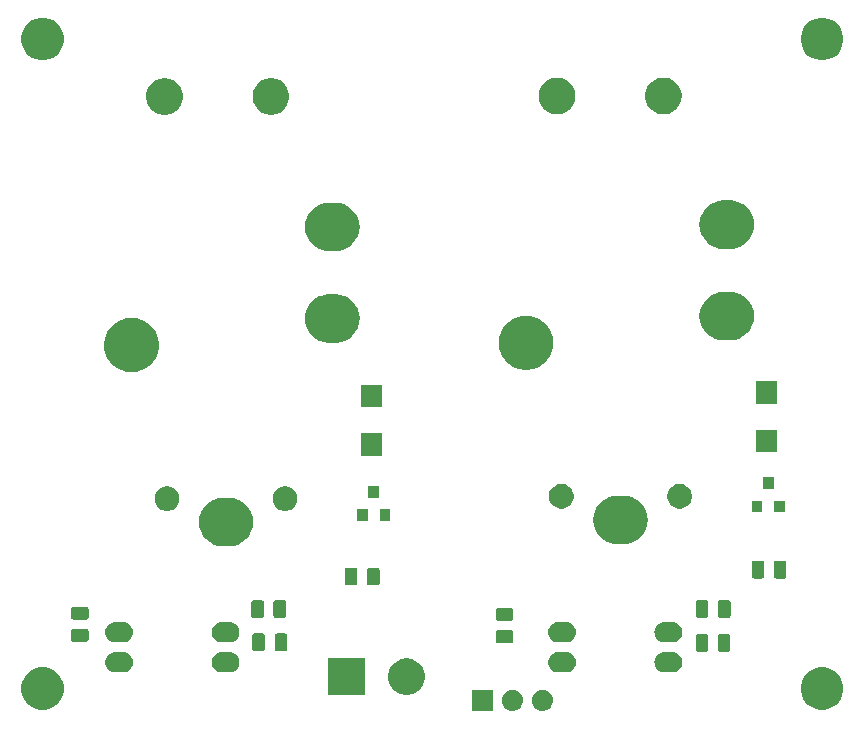
<source format=gts>
G04 #@! TF.GenerationSoftware,KiCad,Pcbnew,(5.0.1)-3*
G04 #@! TF.CreationDate,2022-08-31T13:01:13+05:45*
G04 #@! TF.ProjectId,Relay-board,52656C61792D626F6172642E6B696361,rev?*
G04 #@! TF.SameCoordinates,Original*
G04 #@! TF.FileFunction,Soldermask,Top*
G04 #@! TF.FilePolarity,Negative*
%FSLAX46Y46*%
G04 Gerber Fmt 4.6, Leading zero omitted, Abs format (unit mm)*
G04 Created by KiCad (PCBNEW (5.0.1)-3) date 8/31/2022 1:01:13 PM*
%MOMM*%
%LPD*%
G01*
G04 APERTURE LIST*
%ADD10C,0.100000*%
G04 APERTURE END LIST*
D10*
G36*
X150151000Y-99901000D02*
X148349000Y-99901000D01*
X148349000Y-98099000D01*
X150151000Y-98099000D01*
X150151000Y-99901000D01*
X150151000Y-99901000D01*
G37*
G36*
X151900442Y-98105518D02*
X151966627Y-98112037D01*
X152079853Y-98146384D01*
X152136467Y-98163557D01*
X152275087Y-98237652D01*
X152292991Y-98247222D01*
X152328729Y-98276552D01*
X152430186Y-98359814D01*
X152513448Y-98461271D01*
X152542778Y-98497009D01*
X152542779Y-98497011D01*
X152626443Y-98653533D01*
X152626443Y-98653534D01*
X152677963Y-98823373D01*
X152695359Y-99000000D01*
X152677963Y-99176627D01*
X152643616Y-99289853D01*
X152626443Y-99346467D01*
X152552348Y-99485087D01*
X152542778Y-99502991D01*
X152513448Y-99538729D01*
X152430186Y-99640186D01*
X152328729Y-99723448D01*
X152292991Y-99752778D01*
X152292989Y-99752779D01*
X152136467Y-99836443D01*
X152079853Y-99853616D01*
X151966627Y-99887963D01*
X151900443Y-99894481D01*
X151834260Y-99901000D01*
X151745740Y-99901000D01*
X151679557Y-99894481D01*
X151613373Y-99887963D01*
X151500147Y-99853616D01*
X151443533Y-99836443D01*
X151287011Y-99752779D01*
X151287009Y-99752778D01*
X151251271Y-99723448D01*
X151149814Y-99640186D01*
X151066552Y-99538729D01*
X151037222Y-99502991D01*
X151027652Y-99485087D01*
X150953557Y-99346467D01*
X150936384Y-99289853D01*
X150902037Y-99176627D01*
X150884641Y-99000000D01*
X150902037Y-98823373D01*
X150953557Y-98653534D01*
X150953557Y-98653533D01*
X151037221Y-98497011D01*
X151037222Y-98497009D01*
X151066552Y-98461271D01*
X151149814Y-98359814D01*
X151251271Y-98276552D01*
X151287009Y-98247222D01*
X151304913Y-98237652D01*
X151443533Y-98163557D01*
X151500147Y-98146384D01*
X151613373Y-98112037D01*
X151679558Y-98105518D01*
X151745740Y-98099000D01*
X151834260Y-98099000D01*
X151900442Y-98105518D01*
X151900442Y-98105518D01*
G37*
G36*
X154440442Y-98105518D02*
X154506627Y-98112037D01*
X154619853Y-98146384D01*
X154676467Y-98163557D01*
X154815087Y-98237652D01*
X154832991Y-98247222D01*
X154868729Y-98276552D01*
X154970186Y-98359814D01*
X155053448Y-98461271D01*
X155082778Y-98497009D01*
X155082779Y-98497011D01*
X155166443Y-98653533D01*
X155166443Y-98653534D01*
X155217963Y-98823373D01*
X155235359Y-99000000D01*
X155217963Y-99176627D01*
X155183616Y-99289853D01*
X155166443Y-99346467D01*
X155092348Y-99485087D01*
X155082778Y-99502991D01*
X155053448Y-99538729D01*
X154970186Y-99640186D01*
X154868729Y-99723448D01*
X154832991Y-99752778D01*
X154832989Y-99752779D01*
X154676467Y-99836443D01*
X154619853Y-99853616D01*
X154506627Y-99887963D01*
X154440443Y-99894481D01*
X154374260Y-99901000D01*
X154285740Y-99901000D01*
X154219557Y-99894481D01*
X154153373Y-99887963D01*
X154040147Y-99853616D01*
X153983533Y-99836443D01*
X153827011Y-99752779D01*
X153827009Y-99752778D01*
X153791271Y-99723448D01*
X153689814Y-99640186D01*
X153606552Y-99538729D01*
X153577222Y-99502991D01*
X153567652Y-99485087D01*
X153493557Y-99346467D01*
X153476384Y-99289853D01*
X153442037Y-99176627D01*
X153424641Y-99000000D01*
X153442037Y-98823373D01*
X153493557Y-98653534D01*
X153493557Y-98653533D01*
X153577221Y-98497011D01*
X153577222Y-98497009D01*
X153606552Y-98461271D01*
X153689814Y-98359814D01*
X153791271Y-98276552D01*
X153827009Y-98247222D01*
X153844913Y-98237652D01*
X153983533Y-98163557D01*
X154040147Y-98146384D01*
X154153373Y-98112037D01*
X154219558Y-98105518D01*
X154285740Y-98099000D01*
X154374260Y-98099000D01*
X154440442Y-98105518D01*
X154440442Y-98105518D01*
G37*
G36*
X178525331Y-96268211D02*
X178853092Y-96403974D01*
X179148073Y-96601074D01*
X179398926Y-96851927D01*
X179596026Y-97146908D01*
X179731789Y-97474669D01*
X179801000Y-97822616D01*
X179801000Y-98177384D01*
X179731789Y-98525331D01*
X179596026Y-98853092D01*
X179398926Y-99148073D01*
X179148073Y-99398926D01*
X178853092Y-99596026D01*
X178525331Y-99731789D01*
X178177384Y-99801000D01*
X177822616Y-99801000D01*
X177474669Y-99731789D01*
X177146908Y-99596026D01*
X176851927Y-99398926D01*
X176601074Y-99148073D01*
X176403974Y-98853092D01*
X176268211Y-98525331D01*
X176199000Y-98177384D01*
X176199000Y-97822616D01*
X176268211Y-97474669D01*
X176403974Y-97146908D01*
X176601074Y-96851927D01*
X176851927Y-96601074D01*
X177146908Y-96403974D01*
X177474669Y-96268211D01*
X177822616Y-96199000D01*
X178177384Y-96199000D01*
X178525331Y-96268211D01*
X178525331Y-96268211D01*
G37*
G36*
X112525331Y-96268211D02*
X112853092Y-96403974D01*
X113148073Y-96601074D01*
X113398926Y-96851927D01*
X113596026Y-97146908D01*
X113731789Y-97474669D01*
X113801000Y-97822616D01*
X113801000Y-98177384D01*
X113731789Y-98525331D01*
X113596026Y-98853092D01*
X113398926Y-99148073D01*
X113148073Y-99398926D01*
X112853092Y-99596026D01*
X112525331Y-99731789D01*
X112177384Y-99801000D01*
X111822616Y-99801000D01*
X111474669Y-99731789D01*
X111146908Y-99596026D01*
X110851927Y-99398926D01*
X110601074Y-99148073D01*
X110403974Y-98853092D01*
X110268211Y-98525331D01*
X110199000Y-98177384D01*
X110199000Y-97822616D01*
X110268211Y-97474669D01*
X110403974Y-97146908D01*
X110601074Y-96851927D01*
X110851927Y-96601074D01*
X111146908Y-96403974D01*
X111474669Y-96268211D01*
X111822616Y-96199000D01*
X112177384Y-96199000D01*
X112525331Y-96268211D01*
X112525331Y-96268211D01*
G37*
G36*
X143182527Y-95488736D02*
X143282410Y-95508604D01*
X143564674Y-95625521D01*
X143818705Y-95795259D01*
X144034741Y-96011295D01*
X144204479Y-96265326D01*
X144321396Y-96547590D01*
X144381000Y-96847240D01*
X144381000Y-97152760D01*
X144321396Y-97452410D01*
X144204479Y-97734674D01*
X144034741Y-97988705D01*
X143818705Y-98204741D01*
X143564674Y-98374479D01*
X143282410Y-98491396D01*
X143254181Y-98497011D01*
X142982762Y-98551000D01*
X142677238Y-98551000D01*
X142405819Y-98497011D01*
X142377590Y-98491396D01*
X142095326Y-98374479D01*
X141841295Y-98204741D01*
X141625259Y-97988705D01*
X141455521Y-97734674D01*
X141338604Y-97452410D01*
X141279000Y-97152760D01*
X141279000Y-96847240D01*
X141338604Y-96547590D01*
X141455521Y-96265326D01*
X141625259Y-96011295D01*
X141841295Y-95795259D01*
X142095326Y-95625521D01*
X142377590Y-95508604D01*
X142477473Y-95488736D01*
X142677238Y-95449000D01*
X142982762Y-95449000D01*
X143182527Y-95488736D01*
X143182527Y-95488736D01*
G37*
G36*
X139301000Y-98551000D02*
X136199000Y-98551000D01*
X136199000Y-95449000D01*
X139301000Y-95449000D01*
X139301000Y-98551000D01*
X139301000Y-98551000D01*
G37*
G36*
X127991821Y-94931313D02*
X127991824Y-94931314D01*
X127991825Y-94931314D01*
X128152239Y-94979975D01*
X128152241Y-94979976D01*
X128152244Y-94979977D01*
X128300078Y-95058995D01*
X128429659Y-95165341D01*
X128536005Y-95294922D01*
X128615023Y-95442756D01*
X128615024Y-95442759D01*
X128615025Y-95442761D01*
X128634998Y-95508604D01*
X128663687Y-95603179D01*
X128680117Y-95770000D01*
X128663687Y-95936821D01*
X128663686Y-95936824D01*
X128663686Y-95936825D01*
X128641096Y-96011295D01*
X128615023Y-96097244D01*
X128536005Y-96245078D01*
X128429659Y-96374659D01*
X128300078Y-96481005D01*
X128152244Y-96560023D01*
X128152241Y-96560024D01*
X128152239Y-96560025D01*
X127991825Y-96608686D01*
X127991824Y-96608686D01*
X127991821Y-96608687D01*
X127866804Y-96621000D01*
X127133196Y-96621000D01*
X127008179Y-96608687D01*
X127008176Y-96608686D01*
X127008175Y-96608686D01*
X126847761Y-96560025D01*
X126847759Y-96560024D01*
X126847756Y-96560023D01*
X126699922Y-96481005D01*
X126570341Y-96374659D01*
X126463995Y-96245078D01*
X126384977Y-96097244D01*
X126358905Y-96011295D01*
X126336314Y-95936825D01*
X126336314Y-95936824D01*
X126336313Y-95936821D01*
X126319883Y-95770000D01*
X126336313Y-95603179D01*
X126365002Y-95508604D01*
X126384975Y-95442761D01*
X126384976Y-95442759D01*
X126384977Y-95442756D01*
X126463995Y-95294922D01*
X126570341Y-95165341D01*
X126699922Y-95058995D01*
X126847756Y-94979977D01*
X126847759Y-94979976D01*
X126847761Y-94979975D01*
X127008175Y-94931314D01*
X127008176Y-94931314D01*
X127008179Y-94931313D01*
X127133196Y-94919000D01*
X127866804Y-94919000D01*
X127991821Y-94931313D01*
X127991821Y-94931313D01*
G37*
G36*
X118991821Y-94931313D02*
X118991824Y-94931314D01*
X118991825Y-94931314D01*
X119152239Y-94979975D01*
X119152241Y-94979976D01*
X119152244Y-94979977D01*
X119300078Y-95058995D01*
X119429659Y-95165341D01*
X119536005Y-95294922D01*
X119615023Y-95442756D01*
X119615024Y-95442759D01*
X119615025Y-95442761D01*
X119634998Y-95508604D01*
X119663687Y-95603179D01*
X119680117Y-95770000D01*
X119663687Y-95936821D01*
X119663686Y-95936824D01*
X119663686Y-95936825D01*
X119641096Y-96011295D01*
X119615023Y-96097244D01*
X119536005Y-96245078D01*
X119429659Y-96374659D01*
X119300078Y-96481005D01*
X119152244Y-96560023D01*
X119152241Y-96560024D01*
X119152239Y-96560025D01*
X118991825Y-96608686D01*
X118991824Y-96608686D01*
X118991821Y-96608687D01*
X118866804Y-96621000D01*
X118133196Y-96621000D01*
X118008179Y-96608687D01*
X118008176Y-96608686D01*
X118008175Y-96608686D01*
X117847761Y-96560025D01*
X117847759Y-96560024D01*
X117847756Y-96560023D01*
X117699922Y-96481005D01*
X117570341Y-96374659D01*
X117463995Y-96245078D01*
X117384977Y-96097244D01*
X117358905Y-96011295D01*
X117336314Y-95936825D01*
X117336314Y-95936824D01*
X117336313Y-95936821D01*
X117319883Y-95770000D01*
X117336313Y-95603179D01*
X117365002Y-95508604D01*
X117384975Y-95442761D01*
X117384976Y-95442759D01*
X117384977Y-95442756D01*
X117463995Y-95294922D01*
X117570341Y-95165341D01*
X117699922Y-95058995D01*
X117847756Y-94979977D01*
X117847759Y-94979976D01*
X117847761Y-94979975D01*
X118008175Y-94931314D01*
X118008176Y-94931314D01*
X118008179Y-94931313D01*
X118133196Y-94919000D01*
X118866804Y-94919000D01*
X118991821Y-94931313D01*
X118991821Y-94931313D01*
G37*
G36*
X165491821Y-94931313D02*
X165491824Y-94931314D01*
X165491825Y-94931314D01*
X165652239Y-94979975D01*
X165652241Y-94979976D01*
X165652244Y-94979977D01*
X165800078Y-95058995D01*
X165929659Y-95165341D01*
X166036005Y-95294922D01*
X166115023Y-95442756D01*
X166115024Y-95442759D01*
X166115025Y-95442761D01*
X166134998Y-95508604D01*
X166163687Y-95603179D01*
X166180117Y-95770000D01*
X166163687Y-95936821D01*
X166163686Y-95936824D01*
X166163686Y-95936825D01*
X166141096Y-96011295D01*
X166115023Y-96097244D01*
X166036005Y-96245078D01*
X165929659Y-96374659D01*
X165800078Y-96481005D01*
X165652244Y-96560023D01*
X165652241Y-96560024D01*
X165652239Y-96560025D01*
X165491825Y-96608686D01*
X165491824Y-96608686D01*
X165491821Y-96608687D01*
X165366804Y-96621000D01*
X164633196Y-96621000D01*
X164508179Y-96608687D01*
X164508176Y-96608686D01*
X164508175Y-96608686D01*
X164347761Y-96560025D01*
X164347759Y-96560024D01*
X164347756Y-96560023D01*
X164199922Y-96481005D01*
X164070341Y-96374659D01*
X163963995Y-96245078D01*
X163884977Y-96097244D01*
X163858905Y-96011295D01*
X163836314Y-95936825D01*
X163836314Y-95936824D01*
X163836313Y-95936821D01*
X163819883Y-95770000D01*
X163836313Y-95603179D01*
X163865002Y-95508604D01*
X163884975Y-95442761D01*
X163884976Y-95442759D01*
X163884977Y-95442756D01*
X163963995Y-95294922D01*
X164070341Y-95165341D01*
X164199922Y-95058995D01*
X164347756Y-94979977D01*
X164347759Y-94979976D01*
X164347761Y-94979975D01*
X164508175Y-94931314D01*
X164508176Y-94931314D01*
X164508179Y-94931313D01*
X164633196Y-94919000D01*
X165366804Y-94919000D01*
X165491821Y-94931313D01*
X165491821Y-94931313D01*
G37*
G36*
X156491821Y-94931313D02*
X156491824Y-94931314D01*
X156491825Y-94931314D01*
X156652239Y-94979975D01*
X156652241Y-94979976D01*
X156652244Y-94979977D01*
X156800078Y-95058995D01*
X156929659Y-95165341D01*
X157036005Y-95294922D01*
X157115023Y-95442756D01*
X157115024Y-95442759D01*
X157115025Y-95442761D01*
X157134998Y-95508604D01*
X157163687Y-95603179D01*
X157180117Y-95770000D01*
X157163687Y-95936821D01*
X157163686Y-95936824D01*
X157163686Y-95936825D01*
X157141096Y-96011295D01*
X157115023Y-96097244D01*
X157036005Y-96245078D01*
X156929659Y-96374659D01*
X156800078Y-96481005D01*
X156652244Y-96560023D01*
X156652241Y-96560024D01*
X156652239Y-96560025D01*
X156491825Y-96608686D01*
X156491824Y-96608686D01*
X156491821Y-96608687D01*
X156366804Y-96621000D01*
X155633196Y-96621000D01*
X155508179Y-96608687D01*
X155508176Y-96608686D01*
X155508175Y-96608686D01*
X155347761Y-96560025D01*
X155347759Y-96560024D01*
X155347756Y-96560023D01*
X155199922Y-96481005D01*
X155070341Y-96374659D01*
X154963995Y-96245078D01*
X154884977Y-96097244D01*
X154858905Y-96011295D01*
X154836314Y-95936825D01*
X154836314Y-95936824D01*
X154836313Y-95936821D01*
X154819883Y-95770000D01*
X154836313Y-95603179D01*
X154865002Y-95508604D01*
X154884975Y-95442761D01*
X154884976Y-95442759D01*
X154884977Y-95442756D01*
X154963995Y-95294922D01*
X155070341Y-95165341D01*
X155199922Y-95058995D01*
X155347756Y-94979977D01*
X155347759Y-94979976D01*
X155347761Y-94979975D01*
X155508175Y-94931314D01*
X155508176Y-94931314D01*
X155508179Y-94931313D01*
X155633196Y-94919000D01*
X156366804Y-94919000D01*
X156491821Y-94931313D01*
X156491821Y-94931313D01*
G37*
G36*
X170079466Y-93393565D02*
X170118137Y-93405296D01*
X170153779Y-93424348D01*
X170185017Y-93449983D01*
X170210652Y-93481221D01*
X170229704Y-93516863D01*
X170241435Y-93555534D01*
X170246000Y-93601888D01*
X170246000Y-94678112D01*
X170241435Y-94724466D01*
X170229704Y-94763137D01*
X170210652Y-94798779D01*
X170185017Y-94830017D01*
X170153779Y-94855652D01*
X170118137Y-94874704D01*
X170079466Y-94886435D01*
X170033112Y-94891000D01*
X169381888Y-94891000D01*
X169335534Y-94886435D01*
X169296863Y-94874704D01*
X169261221Y-94855652D01*
X169229983Y-94830017D01*
X169204348Y-94798779D01*
X169185296Y-94763137D01*
X169173565Y-94724466D01*
X169169000Y-94678112D01*
X169169000Y-93601888D01*
X169173565Y-93555534D01*
X169185296Y-93516863D01*
X169204348Y-93481221D01*
X169229983Y-93449983D01*
X169261221Y-93424348D01*
X169296863Y-93405296D01*
X169335534Y-93393565D01*
X169381888Y-93389000D01*
X170033112Y-93389000D01*
X170079466Y-93393565D01*
X170079466Y-93393565D01*
G37*
G36*
X168204466Y-93393565D02*
X168243137Y-93405296D01*
X168278779Y-93424348D01*
X168310017Y-93449983D01*
X168335652Y-93481221D01*
X168354704Y-93516863D01*
X168366435Y-93555534D01*
X168371000Y-93601888D01*
X168371000Y-94678112D01*
X168366435Y-94724466D01*
X168354704Y-94763137D01*
X168335652Y-94798779D01*
X168310017Y-94830017D01*
X168278779Y-94855652D01*
X168243137Y-94874704D01*
X168204466Y-94886435D01*
X168158112Y-94891000D01*
X167506888Y-94891000D01*
X167460534Y-94886435D01*
X167421863Y-94874704D01*
X167386221Y-94855652D01*
X167354983Y-94830017D01*
X167329348Y-94798779D01*
X167310296Y-94763137D01*
X167298565Y-94724466D01*
X167294000Y-94678112D01*
X167294000Y-93601888D01*
X167298565Y-93555534D01*
X167310296Y-93516863D01*
X167329348Y-93481221D01*
X167354983Y-93449983D01*
X167386221Y-93424348D01*
X167421863Y-93405296D01*
X167460534Y-93393565D01*
X167506888Y-93389000D01*
X168158112Y-93389000D01*
X168204466Y-93393565D01*
X168204466Y-93393565D01*
G37*
G36*
X130686966Y-93333565D02*
X130725637Y-93345296D01*
X130761279Y-93364348D01*
X130792517Y-93389983D01*
X130818152Y-93421221D01*
X130837204Y-93456863D01*
X130848935Y-93495534D01*
X130853500Y-93541888D01*
X130853500Y-94618112D01*
X130848935Y-94664466D01*
X130837204Y-94703137D01*
X130818152Y-94738779D01*
X130792517Y-94770017D01*
X130761279Y-94795652D01*
X130725637Y-94814704D01*
X130686966Y-94826435D01*
X130640612Y-94831000D01*
X129989388Y-94831000D01*
X129943034Y-94826435D01*
X129904363Y-94814704D01*
X129868721Y-94795652D01*
X129837483Y-94770017D01*
X129811848Y-94738779D01*
X129792796Y-94703137D01*
X129781065Y-94664466D01*
X129776500Y-94618112D01*
X129776500Y-93541888D01*
X129781065Y-93495534D01*
X129792796Y-93456863D01*
X129811848Y-93421221D01*
X129837483Y-93389983D01*
X129868721Y-93364348D01*
X129904363Y-93345296D01*
X129943034Y-93333565D01*
X129989388Y-93329000D01*
X130640612Y-93329000D01*
X130686966Y-93333565D01*
X130686966Y-93333565D01*
G37*
G36*
X132561966Y-93333565D02*
X132600637Y-93345296D01*
X132636279Y-93364348D01*
X132667517Y-93389983D01*
X132693152Y-93421221D01*
X132712204Y-93456863D01*
X132723935Y-93495534D01*
X132728500Y-93541888D01*
X132728500Y-94618112D01*
X132723935Y-94664466D01*
X132712204Y-94703137D01*
X132693152Y-94738779D01*
X132667517Y-94770017D01*
X132636279Y-94795652D01*
X132600637Y-94814704D01*
X132561966Y-94826435D01*
X132515612Y-94831000D01*
X131864388Y-94831000D01*
X131818034Y-94826435D01*
X131779363Y-94814704D01*
X131743721Y-94795652D01*
X131712483Y-94770017D01*
X131686848Y-94738779D01*
X131667796Y-94703137D01*
X131656065Y-94664466D01*
X131651500Y-94618112D01*
X131651500Y-93541888D01*
X131656065Y-93495534D01*
X131667796Y-93456863D01*
X131686848Y-93421221D01*
X131712483Y-93389983D01*
X131743721Y-93364348D01*
X131779363Y-93345296D01*
X131818034Y-93333565D01*
X131864388Y-93329000D01*
X132515612Y-93329000D01*
X132561966Y-93333565D01*
X132561966Y-93333565D01*
G37*
G36*
X151714466Y-93061065D02*
X151753137Y-93072796D01*
X151788779Y-93091848D01*
X151820017Y-93117483D01*
X151845652Y-93148721D01*
X151864704Y-93184363D01*
X151876435Y-93223034D01*
X151881000Y-93269388D01*
X151881000Y-93920612D01*
X151876435Y-93966966D01*
X151864704Y-94005637D01*
X151845652Y-94041279D01*
X151820017Y-94072517D01*
X151788779Y-94098152D01*
X151753137Y-94117204D01*
X151714466Y-94128935D01*
X151668112Y-94133500D01*
X150591888Y-94133500D01*
X150545534Y-94128935D01*
X150506863Y-94117204D01*
X150471221Y-94098152D01*
X150439983Y-94072517D01*
X150414348Y-94041279D01*
X150395296Y-94005637D01*
X150383565Y-93966966D01*
X150379000Y-93920612D01*
X150379000Y-93269388D01*
X150383565Y-93223034D01*
X150395296Y-93184363D01*
X150414348Y-93148721D01*
X150439983Y-93117483D01*
X150471221Y-93091848D01*
X150506863Y-93072796D01*
X150545534Y-93061065D01*
X150591888Y-93056500D01*
X151668112Y-93056500D01*
X151714466Y-93061065D01*
X151714466Y-93061065D01*
G37*
G36*
X165491821Y-92391313D02*
X165491824Y-92391314D01*
X165491825Y-92391314D01*
X165652239Y-92439975D01*
X165652241Y-92439976D01*
X165652244Y-92439977D01*
X165800078Y-92518995D01*
X165929659Y-92625341D01*
X166036005Y-92754922D01*
X166115023Y-92902756D01*
X166115024Y-92902759D01*
X166115025Y-92902761D01*
X166163686Y-93063175D01*
X166163687Y-93063179D01*
X166180117Y-93230000D01*
X166163687Y-93396821D01*
X166163686Y-93396824D01*
X166163686Y-93396825D01*
X166115640Y-93555212D01*
X166115023Y-93557244D01*
X166036005Y-93705078D01*
X165929659Y-93834659D01*
X165800078Y-93941005D01*
X165652244Y-94020023D01*
X165652241Y-94020024D01*
X165652239Y-94020025D01*
X165491825Y-94068686D01*
X165491824Y-94068686D01*
X165491821Y-94068687D01*
X165366804Y-94081000D01*
X164633196Y-94081000D01*
X164508179Y-94068687D01*
X164508176Y-94068686D01*
X164508175Y-94068686D01*
X164347761Y-94020025D01*
X164347759Y-94020024D01*
X164347756Y-94020023D01*
X164199922Y-93941005D01*
X164070341Y-93834659D01*
X163963995Y-93705078D01*
X163884977Y-93557244D01*
X163884361Y-93555212D01*
X163836314Y-93396825D01*
X163836314Y-93396824D01*
X163836313Y-93396821D01*
X163819883Y-93230000D01*
X163836313Y-93063179D01*
X163836314Y-93063175D01*
X163884975Y-92902761D01*
X163884976Y-92902759D01*
X163884977Y-92902756D01*
X163963995Y-92754922D01*
X164070341Y-92625341D01*
X164199922Y-92518995D01*
X164347756Y-92439977D01*
X164347759Y-92439976D01*
X164347761Y-92439975D01*
X164508175Y-92391314D01*
X164508176Y-92391314D01*
X164508179Y-92391313D01*
X164633196Y-92379000D01*
X165366804Y-92379000D01*
X165491821Y-92391313D01*
X165491821Y-92391313D01*
G37*
G36*
X156491821Y-92391313D02*
X156491824Y-92391314D01*
X156491825Y-92391314D01*
X156652239Y-92439975D01*
X156652241Y-92439976D01*
X156652244Y-92439977D01*
X156800078Y-92518995D01*
X156929659Y-92625341D01*
X157036005Y-92754922D01*
X157115023Y-92902756D01*
X157115024Y-92902759D01*
X157115025Y-92902761D01*
X157163686Y-93063175D01*
X157163687Y-93063179D01*
X157180117Y-93230000D01*
X157163687Y-93396821D01*
X157163686Y-93396824D01*
X157163686Y-93396825D01*
X157115640Y-93555212D01*
X157115023Y-93557244D01*
X157036005Y-93705078D01*
X156929659Y-93834659D01*
X156800078Y-93941005D01*
X156652244Y-94020023D01*
X156652241Y-94020024D01*
X156652239Y-94020025D01*
X156491825Y-94068686D01*
X156491824Y-94068686D01*
X156491821Y-94068687D01*
X156366804Y-94081000D01*
X155633196Y-94081000D01*
X155508179Y-94068687D01*
X155508176Y-94068686D01*
X155508175Y-94068686D01*
X155347761Y-94020025D01*
X155347759Y-94020024D01*
X155347756Y-94020023D01*
X155199922Y-93941005D01*
X155070341Y-93834659D01*
X154963995Y-93705078D01*
X154884977Y-93557244D01*
X154884361Y-93555212D01*
X154836314Y-93396825D01*
X154836314Y-93396824D01*
X154836313Y-93396821D01*
X154819883Y-93230000D01*
X154836313Y-93063179D01*
X154836314Y-93063175D01*
X154884975Y-92902761D01*
X154884976Y-92902759D01*
X154884977Y-92902756D01*
X154963995Y-92754922D01*
X155070341Y-92625341D01*
X155199922Y-92518995D01*
X155347756Y-92439977D01*
X155347759Y-92439976D01*
X155347761Y-92439975D01*
X155508175Y-92391314D01*
X155508176Y-92391314D01*
X155508179Y-92391313D01*
X155633196Y-92379000D01*
X156366804Y-92379000D01*
X156491821Y-92391313D01*
X156491821Y-92391313D01*
G37*
G36*
X127991821Y-92391313D02*
X127991824Y-92391314D01*
X127991825Y-92391314D01*
X128152239Y-92439975D01*
X128152241Y-92439976D01*
X128152244Y-92439977D01*
X128300078Y-92518995D01*
X128429659Y-92625341D01*
X128536005Y-92754922D01*
X128615023Y-92902756D01*
X128615024Y-92902759D01*
X128615025Y-92902761D01*
X128663686Y-93063175D01*
X128663687Y-93063179D01*
X128680117Y-93230000D01*
X128663687Y-93396821D01*
X128663686Y-93396824D01*
X128663686Y-93396825D01*
X128615640Y-93555212D01*
X128615023Y-93557244D01*
X128536005Y-93705078D01*
X128429659Y-93834659D01*
X128300078Y-93941005D01*
X128152244Y-94020023D01*
X128152241Y-94020024D01*
X128152239Y-94020025D01*
X127991825Y-94068686D01*
X127991824Y-94068686D01*
X127991821Y-94068687D01*
X127866804Y-94081000D01*
X127133196Y-94081000D01*
X127008179Y-94068687D01*
X127008176Y-94068686D01*
X127008175Y-94068686D01*
X126847761Y-94020025D01*
X126847759Y-94020024D01*
X126847756Y-94020023D01*
X126699922Y-93941005D01*
X126570341Y-93834659D01*
X126463995Y-93705078D01*
X126384977Y-93557244D01*
X126384361Y-93555212D01*
X126336314Y-93396825D01*
X126336314Y-93396824D01*
X126336313Y-93396821D01*
X126319883Y-93230000D01*
X126336313Y-93063179D01*
X126336314Y-93063175D01*
X126384975Y-92902761D01*
X126384976Y-92902759D01*
X126384977Y-92902756D01*
X126463995Y-92754922D01*
X126570341Y-92625341D01*
X126699922Y-92518995D01*
X126847756Y-92439977D01*
X126847759Y-92439976D01*
X126847761Y-92439975D01*
X127008175Y-92391314D01*
X127008176Y-92391314D01*
X127008179Y-92391313D01*
X127133196Y-92379000D01*
X127866804Y-92379000D01*
X127991821Y-92391313D01*
X127991821Y-92391313D01*
G37*
G36*
X118991821Y-92391313D02*
X118991824Y-92391314D01*
X118991825Y-92391314D01*
X119152239Y-92439975D01*
X119152241Y-92439976D01*
X119152244Y-92439977D01*
X119300078Y-92518995D01*
X119429659Y-92625341D01*
X119536005Y-92754922D01*
X119615023Y-92902756D01*
X119615024Y-92902759D01*
X119615025Y-92902761D01*
X119663686Y-93063175D01*
X119663687Y-93063179D01*
X119680117Y-93230000D01*
X119663687Y-93396821D01*
X119663686Y-93396824D01*
X119663686Y-93396825D01*
X119615640Y-93555212D01*
X119615023Y-93557244D01*
X119536005Y-93705078D01*
X119429659Y-93834659D01*
X119300078Y-93941005D01*
X119152244Y-94020023D01*
X119152241Y-94020024D01*
X119152239Y-94020025D01*
X118991825Y-94068686D01*
X118991824Y-94068686D01*
X118991821Y-94068687D01*
X118866804Y-94081000D01*
X118133196Y-94081000D01*
X118008179Y-94068687D01*
X118008176Y-94068686D01*
X118008175Y-94068686D01*
X117847761Y-94020025D01*
X117847759Y-94020024D01*
X117847756Y-94020023D01*
X117699922Y-93941005D01*
X117570341Y-93834659D01*
X117463995Y-93705078D01*
X117384977Y-93557244D01*
X117384361Y-93555212D01*
X117336314Y-93396825D01*
X117336314Y-93396824D01*
X117336313Y-93396821D01*
X117319883Y-93230000D01*
X117336313Y-93063179D01*
X117336314Y-93063175D01*
X117384975Y-92902761D01*
X117384976Y-92902759D01*
X117384977Y-92902756D01*
X117463995Y-92754922D01*
X117570341Y-92625341D01*
X117699922Y-92518995D01*
X117847756Y-92439977D01*
X117847759Y-92439976D01*
X117847761Y-92439975D01*
X118008175Y-92391314D01*
X118008176Y-92391314D01*
X118008179Y-92391313D01*
X118133196Y-92379000D01*
X118866804Y-92379000D01*
X118991821Y-92391313D01*
X118991821Y-92391313D01*
G37*
G36*
X115744466Y-92956065D02*
X115783137Y-92967796D01*
X115818779Y-92986848D01*
X115850017Y-93012483D01*
X115875652Y-93043721D01*
X115894704Y-93079363D01*
X115906435Y-93118034D01*
X115911000Y-93164388D01*
X115911000Y-93815612D01*
X115906435Y-93861966D01*
X115894704Y-93900637D01*
X115875652Y-93936279D01*
X115850017Y-93967517D01*
X115818779Y-93993152D01*
X115783137Y-94012204D01*
X115744466Y-94023935D01*
X115698112Y-94028500D01*
X114621888Y-94028500D01*
X114575534Y-94023935D01*
X114536863Y-94012204D01*
X114501221Y-93993152D01*
X114469983Y-93967517D01*
X114444348Y-93936279D01*
X114425296Y-93900637D01*
X114413565Y-93861966D01*
X114409000Y-93815612D01*
X114409000Y-93164388D01*
X114413565Y-93118034D01*
X114425296Y-93079363D01*
X114444348Y-93043721D01*
X114469983Y-93012483D01*
X114501221Y-92986848D01*
X114536863Y-92967796D01*
X114575534Y-92956065D01*
X114621888Y-92951500D01*
X115698112Y-92951500D01*
X115744466Y-92956065D01*
X115744466Y-92956065D01*
G37*
G36*
X151714466Y-91186065D02*
X151753137Y-91197796D01*
X151788779Y-91216848D01*
X151820017Y-91242483D01*
X151845652Y-91273721D01*
X151864704Y-91309363D01*
X151876435Y-91348034D01*
X151881000Y-91394388D01*
X151881000Y-92045612D01*
X151876435Y-92091966D01*
X151864704Y-92130637D01*
X151845652Y-92166279D01*
X151820017Y-92197517D01*
X151788779Y-92223152D01*
X151753137Y-92242204D01*
X151714466Y-92253935D01*
X151668112Y-92258500D01*
X150591888Y-92258500D01*
X150545534Y-92253935D01*
X150506863Y-92242204D01*
X150471221Y-92223152D01*
X150439983Y-92197517D01*
X150414348Y-92166279D01*
X150395296Y-92130637D01*
X150383565Y-92091966D01*
X150379000Y-92045612D01*
X150379000Y-91394388D01*
X150383565Y-91348034D01*
X150395296Y-91309363D01*
X150414348Y-91273721D01*
X150439983Y-91242483D01*
X150471221Y-91216848D01*
X150506863Y-91197796D01*
X150545534Y-91186065D01*
X150591888Y-91181500D01*
X151668112Y-91181500D01*
X151714466Y-91186065D01*
X151714466Y-91186065D01*
G37*
G36*
X115744466Y-91081065D02*
X115783137Y-91092796D01*
X115818779Y-91111848D01*
X115850017Y-91137483D01*
X115875652Y-91168721D01*
X115894704Y-91204363D01*
X115906435Y-91243034D01*
X115911000Y-91289388D01*
X115911000Y-91940612D01*
X115906435Y-91986966D01*
X115894704Y-92025637D01*
X115875652Y-92061279D01*
X115850017Y-92092517D01*
X115818779Y-92118152D01*
X115783137Y-92137204D01*
X115744466Y-92148935D01*
X115698112Y-92153500D01*
X114621888Y-92153500D01*
X114575534Y-92148935D01*
X114536863Y-92137204D01*
X114501221Y-92118152D01*
X114469983Y-92092517D01*
X114444348Y-92061279D01*
X114425296Y-92025637D01*
X114413565Y-91986966D01*
X114409000Y-91940612D01*
X114409000Y-91289388D01*
X114413565Y-91243034D01*
X114425296Y-91204363D01*
X114444348Y-91168721D01*
X114469983Y-91137483D01*
X114501221Y-91111848D01*
X114536863Y-91092796D01*
X114575534Y-91081065D01*
X114621888Y-91076500D01*
X115698112Y-91076500D01*
X115744466Y-91081065D01*
X115744466Y-91081065D01*
G37*
G36*
X170096966Y-90513565D02*
X170135637Y-90525296D01*
X170171279Y-90544348D01*
X170202517Y-90569983D01*
X170228152Y-90601221D01*
X170247204Y-90636863D01*
X170258935Y-90675534D01*
X170263500Y-90721888D01*
X170263500Y-91798112D01*
X170258935Y-91844466D01*
X170247204Y-91883137D01*
X170228152Y-91918779D01*
X170202517Y-91950017D01*
X170171279Y-91975652D01*
X170135637Y-91994704D01*
X170096966Y-92006435D01*
X170050612Y-92011000D01*
X169399388Y-92011000D01*
X169353034Y-92006435D01*
X169314363Y-91994704D01*
X169278721Y-91975652D01*
X169247483Y-91950017D01*
X169221848Y-91918779D01*
X169202796Y-91883137D01*
X169191065Y-91844466D01*
X169186500Y-91798112D01*
X169186500Y-90721888D01*
X169191065Y-90675534D01*
X169202796Y-90636863D01*
X169221848Y-90601221D01*
X169247483Y-90569983D01*
X169278721Y-90544348D01*
X169314363Y-90525296D01*
X169353034Y-90513565D01*
X169399388Y-90509000D01*
X170050612Y-90509000D01*
X170096966Y-90513565D01*
X170096966Y-90513565D01*
G37*
G36*
X132459466Y-90513565D02*
X132498137Y-90525296D01*
X132533779Y-90544348D01*
X132565017Y-90569983D01*
X132590652Y-90601221D01*
X132609704Y-90636863D01*
X132621435Y-90675534D01*
X132626000Y-90721888D01*
X132626000Y-91798112D01*
X132621435Y-91844466D01*
X132609704Y-91883137D01*
X132590652Y-91918779D01*
X132565017Y-91950017D01*
X132533779Y-91975652D01*
X132498137Y-91994704D01*
X132459466Y-92006435D01*
X132413112Y-92011000D01*
X131761888Y-92011000D01*
X131715534Y-92006435D01*
X131676863Y-91994704D01*
X131641221Y-91975652D01*
X131609983Y-91950017D01*
X131584348Y-91918779D01*
X131565296Y-91883137D01*
X131553565Y-91844466D01*
X131549000Y-91798112D01*
X131549000Y-90721888D01*
X131553565Y-90675534D01*
X131565296Y-90636863D01*
X131584348Y-90601221D01*
X131609983Y-90569983D01*
X131641221Y-90544348D01*
X131676863Y-90525296D01*
X131715534Y-90513565D01*
X131761888Y-90509000D01*
X132413112Y-90509000D01*
X132459466Y-90513565D01*
X132459466Y-90513565D01*
G37*
G36*
X130584466Y-90513565D02*
X130623137Y-90525296D01*
X130658779Y-90544348D01*
X130690017Y-90569983D01*
X130715652Y-90601221D01*
X130734704Y-90636863D01*
X130746435Y-90675534D01*
X130751000Y-90721888D01*
X130751000Y-91798112D01*
X130746435Y-91844466D01*
X130734704Y-91883137D01*
X130715652Y-91918779D01*
X130690017Y-91950017D01*
X130658779Y-91975652D01*
X130623137Y-91994704D01*
X130584466Y-92006435D01*
X130538112Y-92011000D01*
X129886888Y-92011000D01*
X129840534Y-92006435D01*
X129801863Y-91994704D01*
X129766221Y-91975652D01*
X129734983Y-91950017D01*
X129709348Y-91918779D01*
X129690296Y-91883137D01*
X129678565Y-91844466D01*
X129674000Y-91798112D01*
X129674000Y-90721888D01*
X129678565Y-90675534D01*
X129690296Y-90636863D01*
X129709348Y-90601221D01*
X129734983Y-90569983D01*
X129766221Y-90544348D01*
X129801863Y-90525296D01*
X129840534Y-90513565D01*
X129886888Y-90509000D01*
X130538112Y-90509000D01*
X130584466Y-90513565D01*
X130584466Y-90513565D01*
G37*
G36*
X168221966Y-90513565D02*
X168260637Y-90525296D01*
X168296279Y-90544348D01*
X168327517Y-90569983D01*
X168353152Y-90601221D01*
X168372204Y-90636863D01*
X168383935Y-90675534D01*
X168388500Y-90721888D01*
X168388500Y-91798112D01*
X168383935Y-91844466D01*
X168372204Y-91883137D01*
X168353152Y-91918779D01*
X168327517Y-91950017D01*
X168296279Y-91975652D01*
X168260637Y-91994704D01*
X168221966Y-92006435D01*
X168175612Y-92011000D01*
X167524388Y-92011000D01*
X167478034Y-92006435D01*
X167439363Y-91994704D01*
X167403721Y-91975652D01*
X167372483Y-91950017D01*
X167346848Y-91918779D01*
X167327796Y-91883137D01*
X167316065Y-91844466D01*
X167311500Y-91798112D01*
X167311500Y-90721888D01*
X167316065Y-90675534D01*
X167327796Y-90636863D01*
X167346848Y-90601221D01*
X167372483Y-90569983D01*
X167403721Y-90544348D01*
X167439363Y-90525296D01*
X167478034Y-90513565D01*
X167524388Y-90509000D01*
X168175612Y-90509000D01*
X168221966Y-90513565D01*
X168221966Y-90513565D01*
G37*
G36*
X140381966Y-87763565D02*
X140420637Y-87775296D01*
X140456279Y-87794348D01*
X140487517Y-87819983D01*
X140513152Y-87851221D01*
X140532204Y-87886863D01*
X140543935Y-87925534D01*
X140548500Y-87971888D01*
X140548500Y-89048112D01*
X140543935Y-89094466D01*
X140532204Y-89133137D01*
X140513152Y-89168779D01*
X140487517Y-89200017D01*
X140456279Y-89225652D01*
X140420637Y-89244704D01*
X140381966Y-89256435D01*
X140335612Y-89261000D01*
X139684388Y-89261000D01*
X139638034Y-89256435D01*
X139599363Y-89244704D01*
X139563721Y-89225652D01*
X139532483Y-89200017D01*
X139506848Y-89168779D01*
X139487796Y-89133137D01*
X139476065Y-89094466D01*
X139471500Y-89048112D01*
X139471500Y-87971888D01*
X139476065Y-87925534D01*
X139487796Y-87886863D01*
X139506848Y-87851221D01*
X139532483Y-87819983D01*
X139563721Y-87794348D01*
X139599363Y-87775296D01*
X139638034Y-87763565D01*
X139684388Y-87759000D01*
X140335612Y-87759000D01*
X140381966Y-87763565D01*
X140381966Y-87763565D01*
G37*
G36*
X138506966Y-87763565D02*
X138545637Y-87775296D01*
X138581279Y-87794348D01*
X138612517Y-87819983D01*
X138638152Y-87851221D01*
X138657204Y-87886863D01*
X138668935Y-87925534D01*
X138673500Y-87971888D01*
X138673500Y-89048112D01*
X138668935Y-89094466D01*
X138657204Y-89133137D01*
X138638152Y-89168779D01*
X138612517Y-89200017D01*
X138581279Y-89225652D01*
X138545637Y-89244704D01*
X138506966Y-89256435D01*
X138460612Y-89261000D01*
X137809388Y-89261000D01*
X137763034Y-89256435D01*
X137724363Y-89244704D01*
X137688721Y-89225652D01*
X137657483Y-89200017D01*
X137631848Y-89168779D01*
X137612796Y-89133137D01*
X137601065Y-89094466D01*
X137596500Y-89048112D01*
X137596500Y-87971888D01*
X137601065Y-87925534D01*
X137612796Y-87886863D01*
X137631848Y-87851221D01*
X137657483Y-87819983D01*
X137688721Y-87794348D01*
X137724363Y-87775296D01*
X137763034Y-87763565D01*
X137809388Y-87759000D01*
X138460612Y-87759000D01*
X138506966Y-87763565D01*
X138506966Y-87763565D01*
G37*
G36*
X172954466Y-87183565D02*
X172993137Y-87195296D01*
X173028779Y-87214348D01*
X173060017Y-87239983D01*
X173085652Y-87271221D01*
X173104704Y-87306863D01*
X173116435Y-87345534D01*
X173121000Y-87391888D01*
X173121000Y-88468112D01*
X173116435Y-88514466D01*
X173104704Y-88553137D01*
X173085652Y-88588779D01*
X173060017Y-88620017D01*
X173028779Y-88645652D01*
X172993137Y-88664704D01*
X172954466Y-88676435D01*
X172908112Y-88681000D01*
X172256888Y-88681000D01*
X172210534Y-88676435D01*
X172171863Y-88664704D01*
X172136221Y-88645652D01*
X172104983Y-88620017D01*
X172079348Y-88588779D01*
X172060296Y-88553137D01*
X172048565Y-88514466D01*
X172044000Y-88468112D01*
X172044000Y-87391888D01*
X172048565Y-87345534D01*
X172060296Y-87306863D01*
X172079348Y-87271221D01*
X172104983Y-87239983D01*
X172136221Y-87214348D01*
X172171863Y-87195296D01*
X172210534Y-87183565D01*
X172256888Y-87179000D01*
X172908112Y-87179000D01*
X172954466Y-87183565D01*
X172954466Y-87183565D01*
G37*
G36*
X174829466Y-87183565D02*
X174868137Y-87195296D01*
X174903779Y-87214348D01*
X174935017Y-87239983D01*
X174960652Y-87271221D01*
X174979704Y-87306863D01*
X174991435Y-87345534D01*
X174996000Y-87391888D01*
X174996000Y-88468112D01*
X174991435Y-88514466D01*
X174979704Y-88553137D01*
X174960652Y-88588779D01*
X174935017Y-88620017D01*
X174903779Y-88645652D01*
X174868137Y-88664704D01*
X174829466Y-88676435D01*
X174783112Y-88681000D01*
X174131888Y-88681000D01*
X174085534Y-88676435D01*
X174046863Y-88664704D01*
X174011221Y-88645652D01*
X173979983Y-88620017D01*
X173954348Y-88588779D01*
X173935296Y-88553137D01*
X173923565Y-88514466D01*
X173919000Y-88468112D01*
X173919000Y-87391888D01*
X173923565Y-87345534D01*
X173935296Y-87306863D01*
X173954348Y-87271221D01*
X173979983Y-87239983D01*
X174011221Y-87214348D01*
X174046863Y-87195296D01*
X174085534Y-87183565D01*
X174131888Y-87179000D01*
X174783112Y-87179000D01*
X174829466Y-87183565D01*
X174829466Y-87183565D01*
G37*
G36*
X127951013Y-81864935D02*
X128192066Y-81888677D01*
X128578681Y-82005955D01*
X128641344Y-82039449D01*
X128934988Y-82196404D01*
X129247293Y-82452707D01*
X129503596Y-82765012D01*
X129660551Y-83058656D01*
X129694045Y-83121319D01*
X129811323Y-83507934D01*
X129850923Y-83910000D01*
X129811323Y-84312066D01*
X129694045Y-84698681D01*
X129694042Y-84698686D01*
X129503596Y-85054988D01*
X129247293Y-85367293D01*
X128934988Y-85623596D01*
X128641344Y-85780551D01*
X128578681Y-85814045D01*
X128192066Y-85931323D01*
X127951013Y-85955065D01*
X127890751Y-85961000D01*
X127189249Y-85961000D01*
X127128987Y-85955065D01*
X126887934Y-85931323D01*
X126501319Y-85814045D01*
X126438656Y-85780551D01*
X126145012Y-85623596D01*
X125832707Y-85367293D01*
X125576404Y-85054988D01*
X125385958Y-84698686D01*
X125385955Y-84698681D01*
X125268677Y-84312066D01*
X125229077Y-83910000D01*
X125268677Y-83507934D01*
X125385955Y-83121319D01*
X125419449Y-83058656D01*
X125576404Y-82765012D01*
X125832707Y-82452707D01*
X126145012Y-82196404D01*
X126438656Y-82039449D01*
X126501319Y-82005955D01*
X126887934Y-81888677D01*
X127128987Y-81864935D01*
X127189249Y-81859000D01*
X127890751Y-81859000D01*
X127951013Y-81864935D01*
X127951013Y-81864935D01*
G37*
G36*
X161351013Y-81674935D02*
X161592066Y-81698677D01*
X161978681Y-81815955D01*
X162006828Y-81831000D01*
X162334988Y-82006404D01*
X162647293Y-82262707D01*
X162903596Y-82575012D01*
X163039354Y-82829000D01*
X163094045Y-82931319D01*
X163211323Y-83317934D01*
X163250923Y-83720000D01*
X163211323Y-84122066D01*
X163094045Y-84508681D01*
X163094042Y-84508686D01*
X162903596Y-84864988D01*
X162647293Y-85177293D01*
X162334988Y-85433596D01*
X162041344Y-85590551D01*
X161978681Y-85624045D01*
X161592066Y-85741323D01*
X161351013Y-85765065D01*
X161290751Y-85771000D01*
X160589249Y-85771000D01*
X160528987Y-85765065D01*
X160287934Y-85741323D01*
X159901319Y-85624045D01*
X159838656Y-85590551D01*
X159545012Y-85433596D01*
X159232707Y-85177293D01*
X158976404Y-84864988D01*
X158785958Y-84508686D01*
X158785955Y-84508681D01*
X158668677Y-84122066D01*
X158629077Y-83720000D01*
X158668677Y-83317934D01*
X158785955Y-82931319D01*
X158840646Y-82829000D01*
X158976404Y-82575012D01*
X159232707Y-82262707D01*
X159545012Y-82006404D01*
X159873172Y-81831000D01*
X159901319Y-81815955D01*
X160287934Y-81698677D01*
X160528987Y-81674935D01*
X160589249Y-81669000D01*
X161290751Y-81669000D01*
X161351013Y-81674935D01*
X161351013Y-81674935D01*
G37*
G36*
X139551000Y-83831000D02*
X138649000Y-83831000D01*
X138649000Y-82829000D01*
X139551000Y-82829000D01*
X139551000Y-83831000D01*
X139551000Y-83831000D01*
G37*
G36*
X141451000Y-83831000D02*
X140549000Y-83831000D01*
X140549000Y-82829000D01*
X141451000Y-82829000D01*
X141451000Y-83831000D01*
X141451000Y-83831000D01*
G37*
G36*
X174851000Y-83091000D02*
X173949000Y-83091000D01*
X173949000Y-82089000D01*
X174851000Y-82089000D01*
X174851000Y-83091000D01*
X174851000Y-83091000D01*
G37*
G36*
X172951000Y-83091000D02*
X172049000Y-83091000D01*
X172049000Y-82089000D01*
X172951000Y-82089000D01*
X172951000Y-83091000D01*
X172951000Y-83091000D01*
G37*
G36*
X132846565Y-80899389D02*
X133037834Y-80978615D01*
X133209976Y-81093637D01*
X133356363Y-81240024D01*
X133471385Y-81412166D01*
X133550611Y-81603435D01*
X133591000Y-81806484D01*
X133591000Y-82013516D01*
X133550611Y-82216565D01*
X133471385Y-82407834D01*
X133356363Y-82579976D01*
X133209976Y-82726363D01*
X133037834Y-82841385D01*
X132846565Y-82920611D01*
X132643516Y-82961000D01*
X132436484Y-82961000D01*
X132233435Y-82920611D01*
X132042166Y-82841385D01*
X131870024Y-82726363D01*
X131723637Y-82579976D01*
X131608615Y-82407834D01*
X131529389Y-82216565D01*
X131489000Y-82013516D01*
X131489000Y-81806484D01*
X131529389Y-81603435D01*
X131608615Y-81412166D01*
X131723637Y-81240024D01*
X131870024Y-81093637D01*
X132042166Y-80978615D01*
X132233435Y-80899389D01*
X132436484Y-80859000D01*
X132643516Y-80859000D01*
X132846565Y-80899389D01*
X132846565Y-80899389D01*
G37*
G36*
X122846565Y-80899389D02*
X123037834Y-80978615D01*
X123209976Y-81093637D01*
X123356363Y-81240024D01*
X123471385Y-81412166D01*
X123550611Y-81603435D01*
X123591000Y-81806484D01*
X123591000Y-82013516D01*
X123550611Y-82216565D01*
X123471385Y-82407834D01*
X123356363Y-82579976D01*
X123209976Y-82726363D01*
X123037834Y-82841385D01*
X122846565Y-82920611D01*
X122643516Y-82961000D01*
X122436484Y-82961000D01*
X122233435Y-82920611D01*
X122042166Y-82841385D01*
X121870024Y-82726363D01*
X121723637Y-82579976D01*
X121608615Y-82407834D01*
X121529389Y-82216565D01*
X121489000Y-82013516D01*
X121489000Y-81806484D01*
X121529389Y-81603435D01*
X121608615Y-81412166D01*
X121723637Y-81240024D01*
X121870024Y-81093637D01*
X122042166Y-80978615D01*
X122233435Y-80899389D01*
X122436484Y-80859000D01*
X122643516Y-80859000D01*
X122846565Y-80899389D01*
X122846565Y-80899389D01*
G37*
G36*
X166246565Y-80709389D02*
X166437834Y-80788615D01*
X166609976Y-80903637D01*
X166756363Y-81050024D01*
X166871385Y-81222166D01*
X166950611Y-81413435D01*
X166991000Y-81616484D01*
X166991000Y-81823516D01*
X166950611Y-82026565D01*
X166871385Y-82217834D01*
X166756363Y-82389976D01*
X166609976Y-82536363D01*
X166437834Y-82651385D01*
X166246565Y-82730611D01*
X166043516Y-82771000D01*
X165836484Y-82771000D01*
X165633435Y-82730611D01*
X165442166Y-82651385D01*
X165270024Y-82536363D01*
X165123637Y-82389976D01*
X165008615Y-82217834D01*
X164929389Y-82026565D01*
X164889000Y-81823516D01*
X164889000Y-81616484D01*
X164929389Y-81413435D01*
X165008615Y-81222166D01*
X165123637Y-81050024D01*
X165270024Y-80903637D01*
X165442166Y-80788615D01*
X165633435Y-80709389D01*
X165836484Y-80669000D01*
X166043516Y-80669000D01*
X166246565Y-80709389D01*
X166246565Y-80709389D01*
G37*
G36*
X156246565Y-80709389D02*
X156437834Y-80788615D01*
X156609976Y-80903637D01*
X156756363Y-81050024D01*
X156871385Y-81222166D01*
X156950611Y-81413435D01*
X156991000Y-81616484D01*
X156991000Y-81823516D01*
X156950611Y-82026565D01*
X156871385Y-82217834D01*
X156756363Y-82389976D01*
X156609976Y-82536363D01*
X156437834Y-82651385D01*
X156246565Y-82730611D01*
X156043516Y-82771000D01*
X155836484Y-82771000D01*
X155633435Y-82730611D01*
X155442166Y-82651385D01*
X155270024Y-82536363D01*
X155123637Y-82389976D01*
X155008615Y-82217834D01*
X154929389Y-82026565D01*
X154889000Y-81823516D01*
X154889000Y-81616484D01*
X154929389Y-81413435D01*
X155008615Y-81222166D01*
X155123637Y-81050024D01*
X155270024Y-80903637D01*
X155442166Y-80788615D01*
X155633435Y-80709389D01*
X155836484Y-80669000D01*
X156043516Y-80669000D01*
X156246565Y-80709389D01*
X156246565Y-80709389D01*
G37*
G36*
X140501000Y-81831000D02*
X139599000Y-81831000D01*
X139599000Y-80829000D01*
X140501000Y-80829000D01*
X140501000Y-81831000D01*
X140501000Y-81831000D01*
G37*
G36*
X173901000Y-81091000D02*
X172999000Y-81091000D01*
X172999000Y-80089000D01*
X173901000Y-80089000D01*
X173901000Y-81091000D01*
X173901000Y-81091000D01*
G37*
G36*
X140781000Y-78281000D02*
X138979000Y-78281000D01*
X138979000Y-76379000D01*
X140781000Y-76379000D01*
X140781000Y-78281000D01*
X140781000Y-78281000D01*
G37*
G36*
X174191000Y-77971000D02*
X172389000Y-77971000D01*
X172389000Y-76069000D01*
X174191000Y-76069000D01*
X174191000Y-77971000D01*
X174191000Y-77971000D01*
G37*
G36*
X140781000Y-74181000D02*
X138979000Y-74181000D01*
X138979000Y-72279000D01*
X140781000Y-72279000D01*
X140781000Y-74181000D01*
X140781000Y-74181000D01*
G37*
G36*
X174191000Y-73871000D02*
X172389000Y-73871000D01*
X172389000Y-71969000D01*
X174191000Y-71969000D01*
X174191000Y-73871000D01*
X174191000Y-73871000D01*
G37*
G36*
X119988903Y-66653213D02*
X120211177Y-66697426D01*
X120629932Y-66870880D01*
X121006802Y-67122696D01*
X121327304Y-67443198D01*
X121579120Y-67820068D01*
X121729698Y-68183596D01*
X121752574Y-68238824D01*
X121803207Y-68493370D01*
X121841000Y-68683371D01*
X121841000Y-69136629D01*
X121752574Y-69581177D01*
X121579120Y-69999932D01*
X121327304Y-70376802D01*
X121006802Y-70697304D01*
X120629932Y-70949120D01*
X120211177Y-71122574D01*
X119988903Y-71166787D01*
X119766630Y-71211000D01*
X119313370Y-71211000D01*
X119091097Y-71166787D01*
X118868823Y-71122574D01*
X118450068Y-70949120D01*
X118073198Y-70697304D01*
X117752696Y-70376802D01*
X117500880Y-69999932D01*
X117327426Y-69581177D01*
X117239000Y-69136629D01*
X117239000Y-68683371D01*
X117276794Y-68493370D01*
X117327426Y-68238824D01*
X117350302Y-68183596D01*
X117500880Y-67820068D01*
X117752696Y-67443198D01*
X118073198Y-67122696D01*
X118450068Y-66870880D01*
X118868823Y-66697426D01*
X119091097Y-66653213D01*
X119313370Y-66609000D01*
X119766630Y-66609000D01*
X119988903Y-66653213D01*
X119988903Y-66653213D01*
G37*
G36*
X153388903Y-66463213D02*
X153611177Y-66507426D01*
X154029932Y-66680880D01*
X154406802Y-66932696D01*
X154727304Y-67253198D01*
X154979120Y-67630068D01*
X155152574Y-68048823D01*
X155196787Y-68271097D01*
X155241000Y-68493370D01*
X155241000Y-68946630D01*
X155196787Y-69168903D01*
X155152574Y-69391177D01*
X154979120Y-69809932D01*
X154727304Y-70186802D01*
X154406802Y-70507304D01*
X154029932Y-70759120D01*
X153611177Y-70932574D01*
X153388903Y-70976787D01*
X153166630Y-71021000D01*
X152713370Y-71021000D01*
X152491097Y-70976787D01*
X152268823Y-70932574D01*
X151850068Y-70759120D01*
X151473198Y-70507304D01*
X151152696Y-70186802D01*
X150900880Y-69809932D01*
X150727426Y-69391177D01*
X150683213Y-69168903D01*
X150639000Y-68946630D01*
X150639000Y-68493370D01*
X150683213Y-68271097D01*
X150727426Y-68048823D01*
X150900880Y-67630068D01*
X151152696Y-67253198D01*
X151473198Y-66932696D01*
X151850068Y-66680880D01*
X152268823Y-66507426D01*
X152491097Y-66463213D01*
X152713370Y-66419000D01*
X153166630Y-66419000D01*
X153388903Y-66463213D01*
X153388903Y-66463213D01*
G37*
G36*
X136951013Y-64614935D02*
X137192066Y-64638677D01*
X137578681Y-64755955D01*
X137641344Y-64789449D01*
X137934988Y-64946404D01*
X138247293Y-65202707D01*
X138503596Y-65515012D01*
X138592488Y-65681319D01*
X138694045Y-65871319D01*
X138811323Y-66257934D01*
X138850923Y-66660000D01*
X138811323Y-67062066D01*
X138694045Y-67448681D01*
X138694042Y-67448686D01*
X138503596Y-67804988D01*
X138247293Y-68117293D01*
X137934988Y-68373596D01*
X137641344Y-68530551D01*
X137578681Y-68564045D01*
X137192066Y-68681323D01*
X136951013Y-68705065D01*
X136890751Y-68711000D01*
X136189249Y-68711000D01*
X136128987Y-68705065D01*
X135887934Y-68681323D01*
X135501319Y-68564045D01*
X135438656Y-68530551D01*
X135145012Y-68373596D01*
X134832707Y-68117293D01*
X134576404Y-67804988D01*
X134385958Y-67448686D01*
X134385955Y-67448681D01*
X134268677Y-67062066D01*
X134229077Y-66660000D01*
X134268677Y-66257934D01*
X134385955Y-65871319D01*
X134487512Y-65681319D01*
X134576404Y-65515012D01*
X134832707Y-65202707D01*
X135145012Y-64946404D01*
X135438656Y-64789449D01*
X135501319Y-64755955D01*
X135887934Y-64638677D01*
X136128987Y-64614935D01*
X136189249Y-64609000D01*
X136890751Y-64609000D01*
X136951013Y-64614935D01*
X136951013Y-64614935D01*
G37*
G36*
X170351013Y-64424935D02*
X170592066Y-64448677D01*
X170978681Y-64565955D01*
X171041344Y-64599449D01*
X171334988Y-64756404D01*
X171647293Y-65012707D01*
X171903596Y-65325012D01*
X172060551Y-65618656D01*
X172094045Y-65681319D01*
X172211323Y-66067934D01*
X172250923Y-66470000D01*
X172211323Y-66872066D01*
X172094045Y-67258681D01*
X172094042Y-67258686D01*
X171903596Y-67614988D01*
X171647293Y-67927293D01*
X171334988Y-68183596D01*
X171041344Y-68340551D01*
X170978681Y-68374045D01*
X170592066Y-68491323D01*
X170351013Y-68515065D01*
X170290751Y-68521000D01*
X169589249Y-68521000D01*
X169528987Y-68515065D01*
X169287934Y-68491323D01*
X168901319Y-68374045D01*
X168838656Y-68340551D01*
X168545012Y-68183596D01*
X168232707Y-67927293D01*
X167976404Y-67614988D01*
X167785958Y-67258686D01*
X167785955Y-67258681D01*
X167668677Y-66872066D01*
X167629077Y-66470000D01*
X167668677Y-66067934D01*
X167785955Y-65681319D01*
X167819449Y-65618656D01*
X167976404Y-65325012D01*
X168232707Y-65012707D01*
X168545012Y-64756404D01*
X168838656Y-64599449D01*
X168901319Y-64565955D01*
X169287934Y-64448677D01*
X169528987Y-64424935D01*
X169589249Y-64419000D01*
X170290751Y-64419000D01*
X170351013Y-64424935D01*
X170351013Y-64424935D01*
G37*
G36*
X136951013Y-56864935D02*
X137192066Y-56888677D01*
X137578681Y-57005955D01*
X137641344Y-57039449D01*
X137934988Y-57196404D01*
X138247293Y-57452707D01*
X138503596Y-57765012D01*
X138592488Y-57931319D01*
X138694045Y-58121319D01*
X138811323Y-58507934D01*
X138850923Y-58910000D01*
X138811323Y-59312066D01*
X138694045Y-59698681D01*
X138694042Y-59698686D01*
X138503596Y-60054988D01*
X138247293Y-60367293D01*
X137934988Y-60623596D01*
X137641344Y-60780551D01*
X137578681Y-60814045D01*
X137192066Y-60931323D01*
X136951013Y-60955065D01*
X136890751Y-60961000D01*
X136189249Y-60961000D01*
X136128987Y-60955065D01*
X135887934Y-60931323D01*
X135501319Y-60814045D01*
X135438656Y-60780551D01*
X135145012Y-60623596D01*
X134832707Y-60367293D01*
X134576404Y-60054988D01*
X134385958Y-59698686D01*
X134385955Y-59698681D01*
X134268677Y-59312066D01*
X134229077Y-58910000D01*
X134268677Y-58507934D01*
X134385955Y-58121319D01*
X134487512Y-57931319D01*
X134576404Y-57765012D01*
X134832707Y-57452707D01*
X135145012Y-57196404D01*
X135438656Y-57039449D01*
X135501319Y-57005955D01*
X135887934Y-56888677D01*
X136128987Y-56864935D01*
X136189249Y-56859000D01*
X136890751Y-56859000D01*
X136951013Y-56864935D01*
X136951013Y-56864935D01*
G37*
G36*
X170351013Y-56674935D02*
X170592066Y-56698677D01*
X170978681Y-56815955D01*
X171041344Y-56849449D01*
X171334988Y-57006404D01*
X171647293Y-57262707D01*
X171903596Y-57575012D01*
X172060551Y-57868656D01*
X172094045Y-57931319D01*
X172211323Y-58317934D01*
X172250923Y-58720000D01*
X172211323Y-59122066D01*
X172094045Y-59508681D01*
X172094042Y-59508686D01*
X171903596Y-59864988D01*
X171647293Y-60177293D01*
X171334988Y-60433596D01*
X171041344Y-60590551D01*
X170978681Y-60624045D01*
X170592066Y-60741323D01*
X170351013Y-60765065D01*
X170290751Y-60771000D01*
X169589249Y-60771000D01*
X169528987Y-60765065D01*
X169287934Y-60741323D01*
X168901319Y-60624045D01*
X168838656Y-60590551D01*
X168545012Y-60433596D01*
X168232707Y-60177293D01*
X167976404Y-59864988D01*
X167785958Y-59508686D01*
X167785955Y-59508681D01*
X167668677Y-59122066D01*
X167629077Y-58720000D01*
X167668677Y-58317934D01*
X167785955Y-57931319D01*
X167819449Y-57868656D01*
X167976404Y-57575012D01*
X168232707Y-57262707D01*
X168545012Y-57006404D01*
X168838656Y-56849449D01*
X168901319Y-56815955D01*
X169287934Y-56698677D01*
X169528987Y-56674935D01*
X169589249Y-56669000D01*
X170290751Y-56669000D01*
X170351013Y-56674935D01*
X170351013Y-56674935D01*
G37*
G36*
X131692527Y-46368736D02*
X131792410Y-46388604D01*
X132074674Y-46505521D01*
X132328705Y-46675259D01*
X132544741Y-46891295D01*
X132714479Y-47145326D01*
X132831396Y-47427590D01*
X132831396Y-47427591D01*
X132879066Y-47667240D01*
X132891000Y-47727240D01*
X132891000Y-48032760D01*
X132831396Y-48332410D01*
X132714479Y-48614674D01*
X132544741Y-48868705D01*
X132328705Y-49084741D01*
X132074674Y-49254479D01*
X131792410Y-49371396D01*
X131692527Y-49391264D01*
X131492762Y-49431000D01*
X131187238Y-49431000D01*
X130987473Y-49391264D01*
X130887590Y-49371396D01*
X130605326Y-49254479D01*
X130351295Y-49084741D01*
X130135259Y-48868705D01*
X129965521Y-48614674D01*
X129848604Y-48332410D01*
X129789000Y-48032760D01*
X129789000Y-47727240D01*
X129800935Y-47667240D01*
X129848604Y-47427591D01*
X129848604Y-47427590D01*
X129965521Y-47145326D01*
X130135259Y-46891295D01*
X130351295Y-46675259D01*
X130605326Y-46505521D01*
X130887590Y-46388604D01*
X130987473Y-46368736D01*
X131187238Y-46329000D01*
X131492762Y-46329000D01*
X131692527Y-46368736D01*
X131692527Y-46368736D01*
G37*
G36*
X122692527Y-46368736D02*
X122792410Y-46388604D01*
X123074674Y-46505521D01*
X123328705Y-46675259D01*
X123544741Y-46891295D01*
X123714479Y-47145326D01*
X123831396Y-47427590D01*
X123831396Y-47427591D01*
X123879066Y-47667240D01*
X123891000Y-47727240D01*
X123891000Y-48032760D01*
X123831396Y-48332410D01*
X123714479Y-48614674D01*
X123544741Y-48868705D01*
X123328705Y-49084741D01*
X123074674Y-49254479D01*
X122792410Y-49371396D01*
X122692527Y-49391264D01*
X122492762Y-49431000D01*
X122187238Y-49431000D01*
X121987473Y-49391264D01*
X121887590Y-49371396D01*
X121605326Y-49254479D01*
X121351295Y-49084741D01*
X121135259Y-48868705D01*
X120965521Y-48614674D01*
X120848604Y-48332410D01*
X120789000Y-48032760D01*
X120789000Y-47727240D01*
X120800935Y-47667240D01*
X120848604Y-47427591D01*
X120848604Y-47427590D01*
X120965521Y-47145326D01*
X121135259Y-46891295D01*
X121351295Y-46675259D01*
X121605326Y-46505521D01*
X121887590Y-46388604D01*
X121987473Y-46368736D01*
X122187238Y-46329000D01*
X122492762Y-46329000D01*
X122692527Y-46368736D01*
X122692527Y-46368736D01*
G37*
G36*
X164912527Y-46308736D02*
X165012410Y-46328604D01*
X165294674Y-46445521D01*
X165548705Y-46615259D01*
X165764741Y-46831295D01*
X165934479Y-47085326D01*
X166051396Y-47367590D01*
X166051396Y-47367591D01*
X166111000Y-47667238D01*
X166111000Y-47972762D01*
X166099065Y-48032762D01*
X166051396Y-48272410D01*
X165934479Y-48554674D01*
X165764741Y-48808705D01*
X165548705Y-49024741D01*
X165294674Y-49194479D01*
X165012410Y-49311396D01*
X164912527Y-49331264D01*
X164712762Y-49371000D01*
X164407238Y-49371000D01*
X164207473Y-49331264D01*
X164107590Y-49311396D01*
X163825326Y-49194479D01*
X163571295Y-49024741D01*
X163355259Y-48808705D01*
X163185521Y-48554674D01*
X163068604Y-48272410D01*
X163020935Y-48032762D01*
X163009000Y-47972762D01*
X163009000Y-47667238D01*
X163068604Y-47367591D01*
X163068604Y-47367590D01*
X163185521Y-47085326D01*
X163355259Y-46831295D01*
X163571295Y-46615259D01*
X163825326Y-46445521D01*
X164107590Y-46328604D01*
X164207473Y-46308736D01*
X164407238Y-46269000D01*
X164712762Y-46269000D01*
X164912527Y-46308736D01*
X164912527Y-46308736D01*
G37*
G36*
X155912527Y-46308736D02*
X156012410Y-46328604D01*
X156294674Y-46445521D01*
X156548705Y-46615259D01*
X156764741Y-46831295D01*
X156934479Y-47085326D01*
X157051396Y-47367590D01*
X157051396Y-47367591D01*
X157111000Y-47667238D01*
X157111000Y-47972762D01*
X157099065Y-48032762D01*
X157051396Y-48272410D01*
X156934479Y-48554674D01*
X156764741Y-48808705D01*
X156548705Y-49024741D01*
X156294674Y-49194479D01*
X156012410Y-49311396D01*
X155912527Y-49331264D01*
X155712762Y-49371000D01*
X155407238Y-49371000D01*
X155207473Y-49331264D01*
X155107590Y-49311396D01*
X154825326Y-49194479D01*
X154571295Y-49024741D01*
X154355259Y-48808705D01*
X154185521Y-48554674D01*
X154068604Y-48272410D01*
X154020935Y-48032762D01*
X154009000Y-47972762D01*
X154009000Y-47667238D01*
X154068604Y-47367591D01*
X154068604Y-47367590D01*
X154185521Y-47085326D01*
X154355259Y-46831295D01*
X154571295Y-46615259D01*
X154825326Y-46445521D01*
X155107590Y-46328604D01*
X155207473Y-46308736D01*
X155407238Y-46269000D01*
X155712762Y-46269000D01*
X155912527Y-46308736D01*
X155912527Y-46308736D01*
G37*
G36*
X178525331Y-41268211D02*
X178853092Y-41403974D01*
X179148073Y-41601074D01*
X179398926Y-41851927D01*
X179596026Y-42146908D01*
X179731789Y-42474669D01*
X179801000Y-42822616D01*
X179801000Y-43177384D01*
X179731789Y-43525331D01*
X179596026Y-43853092D01*
X179398926Y-44148073D01*
X179148073Y-44398926D01*
X178853092Y-44596026D01*
X178525331Y-44731789D01*
X178177384Y-44801000D01*
X177822616Y-44801000D01*
X177474669Y-44731789D01*
X177146908Y-44596026D01*
X176851927Y-44398926D01*
X176601074Y-44148073D01*
X176403974Y-43853092D01*
X176268211Y-43525331D01*
X176199000Y-43177384D01*
X176199000Y-42822616D01*
X176268211Y-42474669D01*
X176403974Y-42146908D01*
X176601074Y-41851927D01*
X176851927Y-41601074D01*
X177146908Y-41403974D01*
X177474669Y-41268211D01*
X177822616Y-41199000D01*
X178177384Y-41199000D01*
X178525331Y-41268211D01*
X178525331Y-41268211D01*
G37*
G36*
X112525331Y-41268211D02*
X112853092Y-41403974D01*
X113148073Y-41601074D01*
X113398926Y-41851927D01*
X113596026Y-42146908D01*
X113731789Y-42474669D01*
X113801000Y-42822616D01*
X113801000Y-43177384D01*
X113731789Y-43525331D01*
X113596026Y-43853092D01*
X113398926Y-44148073D01*
X113148073Y-44398926D01*
X112853092Y-44596026D01*
X112525331Y-44731789D01*
X112177384Y-44801000D01*
X111822616Y-44801000D01*
X111474669Y-44731789D01*
X111146908Y-44596026D01*
X110851927Y-44398926D01*
X110601074Y-44148073D01*
X110403974Y-43853092D01*
X110268211Y-43525331D01*
X110199000Y-43177384D01*
X110199000Y-42822616D01*
X110268211Y-42474669D01*
X110403974Y-42146908D01*
X110601074Y-41851927D01*
X110851927Y-41601074D01*
X111146908Y-41403974D01*
X111474669Y-41268211D01*
X111822616Y-41199000D01*
X112177384Y-41199000D01*
X112525331Y-41268211D01*
X112525331Y-41268211D01*
G37*
M02*

</source>
